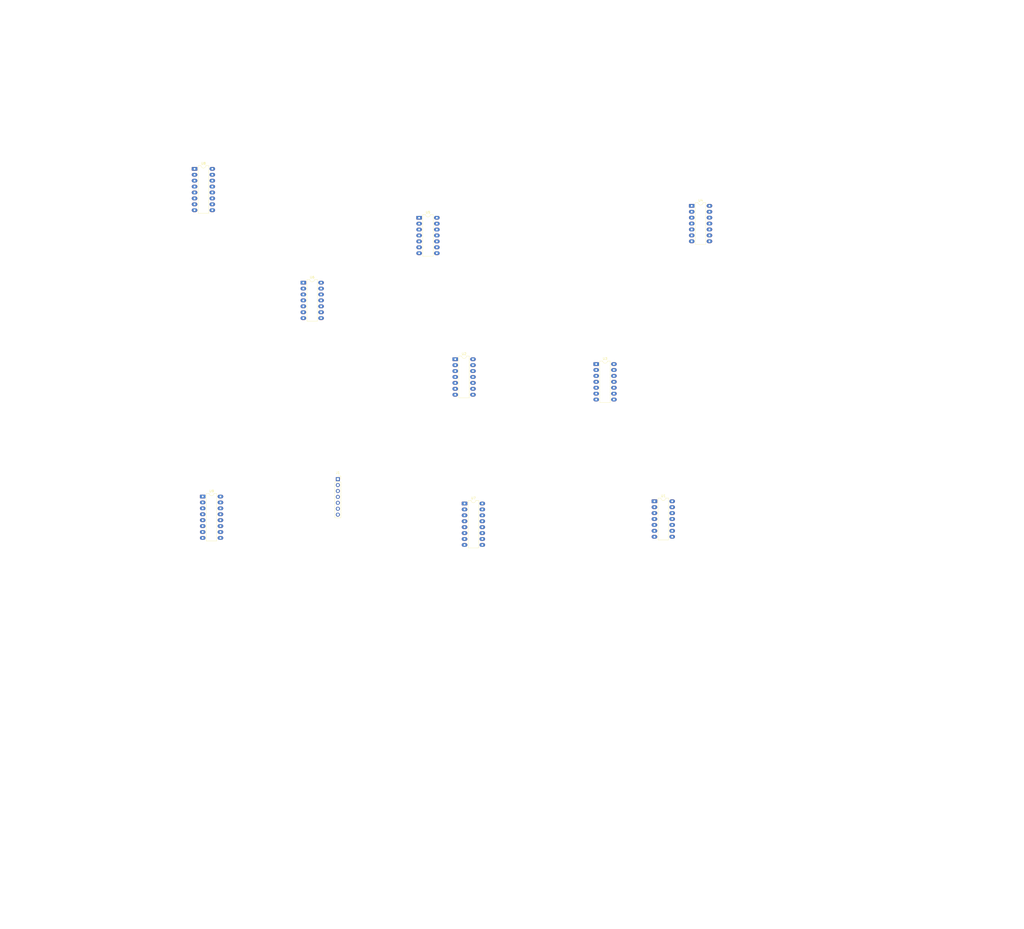
<source format=kicad_pcb>
(kicad_pcb (version 20241229) (generator "pcbnew") (generator_version "9.0")
  (layers (0 "F.Cu" signal) (2 "B.Cu" signal) (13 "F.Paste" user) (15 "B.Paste" user) (5 "F.SilkS" user "F.Silkscreen") (7 "B.SilkS" user "B.Silkscreen") (1 "F.Mask" user) (3 "B.Mask" user) (25 "Edge.Cuts" user))
  (net 0 "")
  (net 1 "+5V")
  (net 2 "GND")
  (net 3 "Q2")
  (net 6 "Net-(U1-Pad8)")
  (net 7 "Q1")
  (net 9 "Q1'")
  (net 10 "Q0'")
  (net 11 "Q0")
  (net 12 "/tidskreds/LOAD'")
  (net 14 "Q2'")
  (net 15 "C")
  (net 16 "Net-(U2-Pad11)")
  (net 17 "Net-(U2-Pad3)")
  (net 18 "Net-(U2-Pad13)")
  (net 19 "Net-(U2-Pad6)")
  (net 20 "Net-(U3-Pad11)")
  (net 21 "Net-(U3-Pad6)")
  (net 22 "Net-(U3-Pad13)")
  (net 23 "Net-(U3-Pad3)")
  (net 24 "Net-(U4-Pad3)")
  (net 25 "Net-(U4-Pad11)")
  (net 26 "/output logik/set2")
  (net 27 "Net-(U4-Pad6)")
  (net 28 "/input logik/D2")
  (net 29 "/input logik/D0")
  (net 30 "/input logik/D1")
  (net 34 "Net-(U7-CEP)")
  (net 41 "/tidskreds/TC")
  (net 44 "2Hz")
  (net 45 "Net-(U8-CEP)")
  (footprint "Package_DIP:DIP-14_W7.62mm_LongPads" (layer "F.Cu") (at 74.19 62.88)
    (property "Reference" "U6" (at 3.81 -2.33 0) (layer "F.SilkS"))
    (property "Value" "74LS32")
    (fp_line (start 1.56 -1.33) (end 1.56 16.57) (stroke (width 0.12)) (layer "F.SilkS"))
    (fp_line (start 1.56 16.57) (end 6.06 16.57) (stroke (width 0.12)) (layer "F.SilkS"))
    (fp_line (start 2.81 -1.33) (end 1.56 -1.33) (stroke (width 0.12)) (layer "F.SilkS"))
    (fp_line (start 6.06 -1.33) (end 4.81 -1.33) (stroke (width 0.12)) (layer "F.SilkS"))
    (fp_line (start 6.06 16.57) (end 6.06 -1.33) (stroke (width 0.12)) (layer "F.SilkS"))
    (fp_arc (start 4.81 -1.33) (mid 3.81 -0.33) (end 2.81 -1.33) (stroke (width 0.12)) (layer "F.SilkS"))
    (pad "1" thru_hole roundrect (at 0 0) (size 2.4 1.6) (drill 0.8) (layers "*.Cu" "*.Mask") (roundrect_rratio 0.15625) (net 6 "Net-(U1-Pad8)"))
    (pad "2" thru_hole oval (at 0 2.54) (size 2.4 1.6) (drill 0.8) (layers "*.Cu" "*.Mask") (net 41 "/tidskreds/TC"))
    (pad "3" thru_hole oval (at 0 5.08) (size 2.4 1.6) (drill 0.8) (layers "*.Cu" "*.Mask") (net 34 "Net-(U7-CEP)"))
    (pad "4" thru_hole oval (at 0 7.62) (size 2.4 1.6) (drill 0.8) (layers "*.Cu" "*.Mask"))
    (pad "5" thru_hole oval (at 0 10.16) (size 2.4 1.6) (drill 0.8) (layers "*.Cu" "*.Mask"))
    (pad "6" thru_hole oval (at 0 12.7) (size 2.4 1.6) (drill 0.8) (layers "*.Cu" "*.Mask"))
    (pad "7" thru_hole oval (at 0 15.24) (size 2.4 1.6) (drill 0.8) (layers "*.Cu" "*.Mask") (net 2 "GND"))
    (pad "8" thru_hole oval (at 7.62 15.24) (size 2.4 1.6) (drill 0.8) (layers "*.Cu" "*.Mask"))
    (pad "9" thru_hole oval (at 7.62 12.7) (size 2.4 1.6) (drill 0.8) (layers "*.Cu" "*.Mask"))
    (pad "10" thru_hole oval (at 7.62 10.16) (size 2.4 1.6) (drill 0.8) (layers "*.Cu" "*.Mask"))
    (pad "11" thru_hole oval (at 7.62 7.62) (size 2.4 1.6) (drill 0.8) (layers "*.Cu" "*.Mask"))
    (pad "12" thru_hole oval (at 7.62 5.08) (size 2.4 1.6) (drill 0.8) (layers "*.Cu" "*.Mask"))
    (pad "13" thru_hole oval (at 7.62 2.54) (size 2.4 1.6) (drill 0.8) (layers "*.Cu" "*.Mask"))
    (pad "14" thru_hole oval (at 7.62 0) (size 2.4 1.6) (drill 0.8) (layers "*.Cu" "*.Mask") (net 1 "+5V"))
  )
  (footprint "Package_DIP:DIP-14_W7.62mm_LongPads" (layer "F.Cu") (at 139.38 95.76)
    (property "Reference" "U2" (at 3.81 -2.33 0) (layer "F.SilkS"))
    (property "Value" "74LS08")
    (fp_line (start 1.56 -1.33) (end 1.56 16.57) (stroke (width 0.12)) (layer "F.SilkS"))
    (fp_line (start 1.56 16.57) (end 6.06 16.57) (stroke (width 0.12)) (layer "F.SilkS"))
    (fp_line (start 2.81 -1.33) (end 1.56 -1.33) (stroke (width 0.12)) (layer "F.SilkS"))
    (fp_line (start 6.06 -1.33) (end 4.81 -1.33) (stroke (width 0.12)) (layer "F.SilkS"))
    (fp_line (start 6.06 16.57) (end 6.06 -1.33) (stroke (width 0.12)) (layer "F.SilkS"))
    (fp_arc (start 4.81 -1.33) (mid 3.81 -0.33) (end 2.81 -1.33) (stroke (width 0.12)) (layer "F.SilkS"))
    (pad "1" thru_hole roundrect (at 0 0) (size 2.4 1.6) (drill 0.8) (layers "*.Cu" "*.Mask") (roundrect_rratio 0.15625) (net 10 "Q0'"))
    (pad "2" thru_hole oval (at 0 2.54) (size 2.4 1.6) (drill 0.8) (layers "*.Cu" "*.Mask") (net 14 "Q2'"))
    (pad "3" thru_hole oval (at 0 5.08) (size 2.4 1.6) (drill 0.8) (layers "*.Cu" "*.Mask") (net 17 "Net-(U2-Pad3)"))
    (pad "4" thru_hole oval (at 0 7.62) (size 2.4 1.6) (drill 0.8) (layers "*.Cu" "*.Mask") (net 15 "C"))
    (pad "5" thru_hole oval (at 0 10.16) (size 2.4 1.6) (drill 0.8) (layers "*.Cu" "*.Mask") (net 17 "Net-(U2-Pad3)"))
    (pad "6" thru_hole oval (at 0 12.7) (size 2.4 1.6) (drill 0.8) (layers "*.Cu" "*.Mask") (net 19 "Net-(U2-Pad6)"))
    (pad "7" thru_hole oval (at 0 15.24) (size 2.4 1.6) (drill 0.8) (layers "*.Cu" "*.Mask") (net 2 "GND"))
    (pad "8" thru_hole oval (at 7.62 15.24) (size 2.4 1.6) (drill 0.8) (layers "*.Cu" "*.Mask") (net 18 "Net-(U2-Pad13)"))
    (pad "9" thru_hole oval (at 7.62 12.7) (size 2.4 1.6) (drill 0.8) (layers "*.Cu" "*.Mask") (net 10 "Q0'"))
    (pad "10" thru_hole oval (at 7.62 10.16) (size 2.4 1.6) (drill 0.8) (layers "*.Cu" "*.Mask") (net 7 "Q1"))
    (pad "11" thru_hole oval (at 7.62 7.62) (size 2.4 1.6) (drill 0.8) (layers "*.Cu" "*.Mask") (net 16 "Net-(U2-Pad11)"))
    (pad "12" thru_hole oval (at 7.62 5.08) (size 2.4 1.6) (drill 0.8) (layers "*.Cu" "*.Mask") (net 15 "C"))
    (pad "13" thru_hole oval (at 7.62 2.54) (size 2.4 1.6) (drill 0.8) (layers "*.Cu" "*.Mask") (net 18 "Net-(U2-Pad13)"))
    (pad "14" thru_hole oval (at 7.62 0) (size 2.4 1.6) (drill 0.8) (layers "*.Cu" "*.Mask") (net 1 "+5V"))
  )
  (footprint "Package_DIP:DIP-14_W7.62mm_LongPads" (layer "F.Cu") (at 199.88 97.84)
    (property "Reference" "U3" (at 3.81 -2.33 0) (layer "F.SilkS"))
    (property "Value" "74LS08")
    (fp_line (start 1.56 -1.33) (end 1.56 16.57) (stroke (width 0.12)) (layer "F.SilkS"))
    (fp_line (start 1.56 16.57) (end 6.06 16.57) (stroke (width 0.12)) (layer "F.SilkS"))
    (fp_line (start 2.81 -1.33) (end 1.56 -1.33) (stroke (width 0.12)) (layer "F.SilkS"))
    (fp_line (start 6.06 -1.33) (end 4.81 -1.33) (stroke (width 0.12)) (layer "F.SilkS"))
    (fp_line (start 6.06 16.57) (end 6.06 -1.33) (stroke (width 0.12)) (layer "F.SilkS"))
    (fp_arc (start 4.81 -1.33) (mid 3.81 -0.33) (end 2.81 -1.33) (stroke (width 0.12)) (layer "F.SilkS"))
    (pad "1" thru_hole roundrect (at 0 0) (size 2.4 1.6) (drill 0.8) (layers "*.Cu" "*.Mask") (roundrect_rratio 0.15625) (net 7 "Q1"))
    (pad "2" thru_hole oval (at 0 2.54) (size 2.4 1.6) (drill 0.8) (layers "*.Cu" "*.Mask") (net 10 "Q0'"))
    (pad "3" thru_hole oval (at 0 5.08) (size 2.4 1.6) (drill 0.8) (layers "*.Cu" "*.Mask") (net 23 "Net-(U3-Pad3)"))
    (pad "4" thru_hole oval (at 0 7.62) (size 2.4 1.6) (drill 0.8) (layers "*.Cu" "*.Mask") (net 14 "Q2'"))
    (pad "5" thru_hole oval (at 0 10.16) (size 2.4 1.6) (drill 0.8) (layers "*.Cu" "*.Mask") (net 11 "Q0"))
    (pad "6" thru_hole oval (at 0 12.7) (size 2.4 1.6) (drill 0.8) (layers "*.Cu" "*.Mask") (net 21 "Net-(U3-Pad6)"))
    (pad "7" thru_hole oval (at 0 15.24) (size 2.4 1.6) (drill 0.8) (layers "*.Cu" "*.Mask") (net 2 "GND"))
    (pad "8" thru_hole oval (at 7.62 15.24) (size 2.4 1.6) (drill 0.8) (layers "*.Cu" "*.Mask") (net 22 "Net-(U3-Pad13)"))
    (pad "9" thru_hole oval (at 7.62 12.7) (size 2.4 1.6) (drill 0.8) (layers "*.Cu" "*.Mask") (net 3 "Q2"))
    (pad "10" thru_hole oval (at 7.62 10.16) (size 2.4 1.6) (drill 0.8) (layers "*.Cu" "*.Mask") (net 7 "Q1"))
    (pad "11" thru_hole oval (at 7.62 7.62) (size 2.4 1.6) (drill 0.8) (layers "*.Cu" "*.Mask") (net 20 "Net-(U3-Pad11)"))
    (pad "12" thru_hole oval (at 7.62 5.08) (size 2.4 1.6) (drill 0.8) (layers "*.Cu" "*.Mask") (net 10 "Q0'"))
    (pad "13" thru_hole oval (at 7.62 2.54) (size 2.4 1.6) (drill 0.8) (layers "*.Cu" "*.Mask") (net 22 "Net-(U3-Pad13)"))
    (pad "14" thru_hole oval (at 7.62 0) (size 2.4 1.6) (drill 0.8) (layers "*.Cu" "*.Mask") (net 1 "+5V"))
  )
  (footprint "Package_DIP:DIP-14_W7.62mm_LongPads" (layer "F.Cu") (at 123.88 35)
    (property "Reference" "U5" (at 3.81 -2.33 0) (layer "F.SilkS"))
    (property "Value" "74LS32")
    (fp_line (start 1.56 -1.33) (end 1.56 16.57) (stroke (width 0.12)) (layer "F.SilkS"))
    (fp_line (start 1.56 16.57) (end 6.06 16.57) (stroke (width 0.12)) (layer "F.SilkS"))
    (fp_line (start 2.81 -1.33) (end 1.56 -1.33) (stroke (width 0.12)) (layer "F.SilkS"))
    (fp_line (start 6.06 -1.33) (end 4.81 -1.33) (stroke (width 0.12)) (layer "F.SilkS"))
    (fp_line (start 6.06 16.57) (end 6.06 -1.33) (stroke (width 0.12)) (layer "F.SilkS"))
    (fp_arc (start 4.81 -1.33) (mid 3.81 -0.33) (end 2.81 -1.33) (stroke (width 0.12)) (layer "F.SilkS"))
    (pad "1" thru_hole roundrect (at 0 0) (size 2.4 1.6) (drill 0.8) (layers "*.Cu" "*.Mask") (roundrect_rratio 0.15625) (net 19 "Net-(U2-Pad6)"))
    (pad "2" thru_hole oval (at 0 2.54) (size 2.4 1.6) (drill 0.8) (layers "*.Cu" "*.Mask") (net 16 "Net-(U2-Pad11)"))
    (pad "3" thru_hole oval (at 0 5.08) (size 2.4 1.6) (drill 0.8) (layers "*.Cu" "*.Mask") (net 29 "/input logik/D0"))
    (pad "4" thru_hole oval (at 0 7.62) (size 2.4 1.6) (drill 0.8) (layers "*.Cu" "*.Mask") (net 23 "Net-(U3-Pad3)"))
    (pad "5" thru_hole oval (at 0 10.16) (size 2.4 1.6) (drill 0.8) (layers "*.Cu" "*.Mask") (net 21 "Net-(U3-Pad6)"))
    (pad "6" thru_hole oval (at 0 12.7) (size 2.4 1.6) (drill 0.8) (layers "*.Cu" "*.Mask") (net 30 "/input logik/D1"))
    (pad "7" thru_hole oval (at 0 15.24) (size 2.4 1.6) (drill 0.8) (layers "*.Cu" "*.Mask") (net 2 "GND"))
    (pad "8" thru_hole oval (at 7.62 15.24) (size 2.4 1.6) (drill 0.8) (layers "*.Cu" "*.Mask") (net 28 "/input logik/D2"))
    (pad "9" thru_hole oval (at 7.62 12.7) (size 2.4 1.6) (drill 0.8) (layers "*.Cu" "*.Mask") (net 20 "Net-(U3-Pad11)"))
    (pad "10" thru_hole oval (at 7.62 10.16) (size 2.4 1.6) (drill 0.8) (layers "*.Cu" "*.Mask") (net 27 "Net-(U4-Pad6)"))
    (pad "11" thru_hole oval (at 7.62 7.62) (size 2.4 1.6) (drill 0.8) (layers "*.Cu" "*.Mask") (net 12 "/tidskreds/LOAD'"))
    (pad "12" thru_hole oval (at 7.62 5.08) (size 2.4 1.6) (drill 0.8) (layers "*.Cu" "*.Mask") (net 25 "Net-(U4-Pad11)"))
    (pad "13" thru_hole oval (at 7.62 2.54) (size 2.4 1.6) (drill 0.8) (layers "*.Cu" "*.Mask") (net 10 "Q0'"))
    (pad "14" thru_hole oval (at 7.62 0) (size 2.4 1.6) (drill 0.8) (layers "*.Cu" "*.Mask") (net 1 "+5V"))
  )
  (footprint "Package_DIP:DIP-14_W7.62mm_LongPads" (layer "F.Cu") (at 224.88 156.76)
    (property "Reference" "U1" (at 3.81 -2.33 0) (layer "F.SilkS"))
    (property "Value" "74HC04")
    (fp_line (start 1.56 -1.33) (end 1.56 16.57) (stroke (width 0.12)) (layer "F.SilkS"))
    (fp_line (start 1.56 16.57) (end 6.06 16.57) (stroke (width 0.12)) (layer "F.SilkS"))
    (fp_line (start 2.81 -1.33) (end 1.56 -1.33) (stroke (width 0.12)) (layer "F.SilkS"))
    (fp_line (start 6.06 -1.33) (end 4.81 -1.33) (stroke (width 0.12)) (layer "F.SilkS"))
    (fp_line (start 6.06 16.57) (end 6.06 -1.33) (stroke (width 0.12)) (layer "F.SilkS"))
    (fp_arc (start 4.81 -1.33) (mid 3.81 -0.33) (end 2.81 -1.33) (stroke (width 0.12)) (layer "F.SilkS"))
    (pad "1" thru_hole roundrect (at 0 0) (size 2.4 1.6) (drill 0.8) (layers "*.Cu" "*.Mask") (roundrect_rratio 0.15625) (net 11 "Q0"))
    (pad "2" thru_hole oval (at 0 2.54) (size 2.4 1.6) (drill 0.8) (layers "*.Cu" "*.Mask") (net 10 "Q0'"))
    (pad "3" thru_hole oval (at 0 5.08) (size 2.4 1.6) (drill 0.8) (layers "*.Cu" "*.Mask") (net 7 "Q1"))
    (pad "4" thru_hole oval (at 0 7.62) (size 2.4 1.6) (drill 0.8) (layers "*.Cu" "*.Mask") (net 9 "Q1'"))
    (pad "5" thru_hole oval (at 0 10.16) (size 2.4 1.6) (drill 0.8) (layers "*.Cu" "*.Mask") (net 3 "Q2"))
    (pad "6" thru_hole oval (at 0 12.7) (size 2.4 1.6) (drill 0.8) (layers "*.Cu" "*.Mask") (net 14 "Q2'"))
    (pad "7" thru_hole oval (at 0 15.24) (size 2.4 1.6) (drill 0.8) (layers "*.Cu" "*.Mask") (net 2 "GND"))
    (pad "8" thru_hole oval (at 7.62 15.24) (size 2.4 1.6) (drill 0.8) (layers "*.Cu" "*.Mask") (net 6 "Net-(U1-Pad8)"))
    (pad "9" thru_hole oval (at 7.62 12.7) (size 2.4 1.6) (drill 0.8) (layers "*.Cu" "*.Mask") (net 12 "/tidskreds/LOAD'"))
    (pad "10" thru_hole oval (at 7.62 10.16) (size 2.4 1.6) (drill 0.8) (layers "*.Cu" "*.Mask"))
    (pad "11" thru_hole oval (at 7.62 7.62) (size 2.4 1.6) (drill 0.8) (layers "*.Cu" "*.Mask"))
    (pad "12" thru_hole oval (at 7.62 5.08) (size 2.4 1.6) (drill 0.8) (layers "*.Cu" "*.Mask"))
    (pad "13" thru_hole oval (at 7.62 2.54) (size 2.4 1.6) (drill 0.8) (layers "*.Cu" "*.Mask"))
    (pad "14" thru_hole oval (at 7.62 0) (size 2.4 1.6) (drill 0.8) (layers "*.Cu" "*.Mask") (net 1 "+5V"))
  )
  (footprint "Package_DIP:DIP-14_W7.62mm_LongPads" (layer "F.Cu") (at 240.88 29.88)
    (property "Reference" "U4" (at 3.81 -2.33 0) (layer "F.SilkS"))
    (property "Value" "74LS08")
    (fp_line (start 1.56 -1.33) (end 1.56 16.57) (stroke (width 0.12)) (layer "F.SilkS"))
    (fp_line (start 1.56 16.57) (end 6.06 16.57) (stroke (width 0.12)) (layer "F.SilkS"))
    (fp_line (start 2.81 -1.33) (end 1.56 -1.33) (stroke (width 0.12)) (layer "F.SilkS"))
    (fp_line (start 6.06 -1.33) (end 4.81 -1.33) (stroke (width 0.12)) (layer "F.SilkS"))
    (fp_line (start 6.06 16.57) (end 6.06 -1.33) (stroke (width 0.12)) (layer "F.SilkS"))
    (fp_arc (start 4.81 -1.33) (mid 3.81 -0.33) (end 2.81 -1.33) (stroke (width 0.12)) (layer "F.SilkS"))
    (pad "1" thru_hole roundrect (at 0 0) (size 2.4 1.6) (drill 0.8) (layers "*.Cu" "*.Mask") (roundrect_rratio 0.15625) (net 7 "Q1"))
    (pad "2" thru_hole oval (at 0 2.54) (size 2.4 1.6) (drill 0.8) (layers "*.Cu" "*.Mask") (net 11 "Q0"))
    (pad "3" thru_hole oval (at 0 5.08) (size 2.4 1.6) (drill 0.8) (layers "*.Cu" "*.Mask") (net 24 "Net-(U4-Pad3)"))
    (pad "4" thru_hole oval (at 0 7.62) (size 2.4 1.6) (drill 0.8) (layers "*.Cu" "*.Mask") (net 14 "Q2'"))
    (pad "5" thru_hole oval (at 0 10.16) (size 2.4 1.6) (drill 0.8) (layers "*.Cu" "*.Mask") (net 24 "Net-(U4-Pad3)"))
    (pad "6" thru_hole oval (at 0 12.7) (size 2.4 1.6) (drill 0.8) (layers "*.Cu" "*.Mask") (net 27 "Net-(U4-Pad6)"))
    (pad "7" thru_hole oval (at 0 15.24) (size 2.4 1.6) (drill 0.8) (layers "*.Cu" "*.Mask") (net 2 "GND"))
    (pad "8" thru_hole oval (at 7.62 15.24) (size 2.4 1.6) (drill 0.8) (layers "*.Cu" "*.Mask") (net 26 "/output logik/set2"))
    (pad "9" thru_hole oval (at 7.62 12.7) (size 2.4 1.6) (drill 0.8) (layers "*.Cu" "*.Mask") (net 7 "Q1"))
    (pad "10" thru_hole oval (at 7.62 10.16) (size 2.4 1.6) (drill 0.8) (layers "*.Cu" "*.Mask") (net 14 "Q2'"))
    (pad "11" thru_hole oval (at 7.62 7.62) (size 2.4 1.6) (drill 0.8) (layers "*.Cu" "*.Mask") (net 25 "Net-(U4-Pad11)"))
    (pad "12" thru_hole oval (at 7.62 5.08) (size 2.4 1.6) (drill 0.8) (layers "*.Cu" "*.Mask") (net 3 "Q2"))
    (pad "13" thru_hole oval (at 7.62 2.54) (size 2.4 1.6) (drill 0.8) (layers "*.Cu" "*.Mask") (net 9 "Q1'"))
    (pad "14" thru_hole oval (at 7.62 0) (size 2.4 1.6) (drill 0.8) (layers "*.Cu" "*.Mask") (net 1 "+5V"))
  )
  (footprint "Connector_PinSocket_2.54mm:PinSocket_1x07_P2.54mm_Vertical" (layer "F.Cu") (at 89 147.26)
    (property "Reference" "J1" (at 0 -2.77 0) (layer "F.SilkS"))
    (property "Value" "Conn_01x07_Pin")
    (fp_line (start -1.33 1.27) (end -1.33 16.57) (stroke (width 0.12)) (layer "F.SilkS"))
    (fp_line (start -1.33 1.27) (end 1.33 1.27) (stroke (width 0.12)) (layer "F.SilkS"))
    (fp_line (start -1.33 16.57) (end 1.33 16.57) (stroke (width 0.12)) (layer "F.SilkS"))
    (fp_line (start 0 -1.33) (end 1.33 -1.33) (stroke (width 0.12)) (layer "F.SilkS"))
    (fp_line (start 1.33 -1.33) (end 1.33 0) (stroke (width 0.12)) (layer "F.SilkS"))
    (fp_line (start 1.33 1.27) (end 1.33 16.57) (stroke (width 0.12)) (layer "F.SilkS"))
    (pad "1" thru_hole rect (at 0 0) (size 1.7 1.7) (drill 1) (layers "*.Cu" "*.Mask") (net 1 "+5V"))
    (pad "2" thru_hole circle (at 0 2.54) (size 1.7 1.7) (drill 1) (layers "*.Cu" "*.Mask") (net 2 "GND"))
    (pad "3" thru_hole circle (at 0 5.08) (size 1.7 1.7) (drill 1) (layers "*.Cu" "*.Mask") (net 15 "C"))
    (pad "4" thru_hole circle (at 0 7.62) (size 1.7 1.7) (drill 1) (layers "*.Cu" "*.Mask") (net 44 "2Hz"))
    (pad "5" thru_hole circle (at 0 10.16) (size 1.7 1.7) (drill 1) (layers "*.Cu" "*.Mask") (net 9 "Q1'"))
    (pad "6" thru_hole circle (at 0 12.7) (size 1.7 1.7) (drill 1) (layers "*.Cu" "*.Mask") (net 26 "/output logik/set2"))
    (pad "7" thru_hole circle (at 0 15.24) (size 1.7 1.7) (drill 1) (layers "*.Cu" "*.Mask") (net 3 "Q2"))
  )
  (footprint "Package_DIP:DIP-16_W7.62mm_LongPads" (layer "F.Cu") (at 31 154.72)
    (property "Reference" "U9" (at 3.81 -2.33 0) (layer "F.SilkS"))
    (property "Value" "74LS163")
    (fp_line (start 1.56 -1.33) (end 1.56 19.11) (stroke (width 0.12)) (layer "F.SilkS"))
    (fp_line (start 1.56 19.11) (end 6.06 19.11) (stroke (width 0.12)) (layer "F.SilkS"))
    (fp_line (start 2.81 -1.33) (end 1.56 -1.33) (stroke (width 0.12)) (layer "F.SilkS"))
    (fp_line (start 6.06 -1.33) (end 4.81 -1.33) (stroke (width 0.12)) (layer "F.SilkS"))
    (fp_line (start 6.06 19.11) (end 6.06 -1.33) (stroke (width 0.12)) (layer "F.SilkS"))
    (fp_arc (start 4.81 -1.33) (mid 3.81 -0.33) (end 2.81 -1.33) (stroke (width 0.12)) (layer "F.SilkS"))
    (pad "1" thru_hole roundrect (at 0 0) (size 2.4 1.6) (drill 0.8) (layers "*.Cu" "*.Mask") (roundrect_rratio 0.15625) (net 1 "+5V"))
    (pad "2" thru_hole oval (at 0 2.54) (size 2.4 1.6) (drill 0.8) (layers "*.Cu" "*.Mask") (net 44 "2Hz"))
    (pad "3" thru_hole oval (at 0 5.08) (size 2.4 1.6) (drill 0.8) (layers "*.Cu" "*.Mask") (net 2 "GND"))
    (pad "4" thru_hole oval (at 0 7.62) (size 2.4 1.6) (drill 0.8) (layers "*.Cu" "*.Mask") (net 2 "GND"))
    (pad "5" thru_hole oval (at 0 10.16) (size 2.4 1.6) (drill 0.8) (layers "*.Cu" "*.Mask") (net 2 "GND"))
    (pad "6" thru_hole oval (at 0 12.7) (size 2.4 1.6) (drill 0.8) (layers "*.Cu" "*.Mask") (net 2 "GND"))
    (pad "7" thru_hole oval (at 0 15.24) (size 2.4 1.6) (drill 0.8) (layers "*.Cu" "*.Mask") (net 1 "+5V"))
    (pad "8" thru_hole oval (at 0 17.78) (size 2.4 1.6) (drill 0.8) (layers "*.Cu" "*.Mask") (net 2 "GND"))
    (pad "9" thru_hole oval (at 7.62 17.78) (size 2.4 1.6) (drill 0.8) (layers "*.Cu" "*.Mask") (net 12 "/tidskreds/LOAD'"))
    (pad "10" thru_hole oval (at 7.62 15.24) (size 2.4 1.6) (drill 0.8) (layers "*.Cu" "*.Mask") (net 1 "+5V"))
    (pad "11" thru_hole oval (at 7.62 12.7) (size 2.4 1.6) (drill 0.8) (layers "*.Cu" "*.Mask"))
    (pad "12" thru_hole oval (at 7.62 10.16) (size 2.4 1.6) (drill 0.8) (layers "*.Cu" "*.Mask"))
    (pad "13" thru_hole oval (at 7.62 7.62) (size 2.4 1.6) (drill 0.8) (layers "*.Cu" "*.Mask"))
    (pad "14" thru_hole oval (at 7.62 5.08) (size 2.4 1.6) (drill 0.8) (layers "*.Cu" "*.Mask"))
    (pad "15" thru_hole oval (at 7.62 2.54) (size 2.4 1.6) (drill 0.8) (layers "*.Cu" "*.Mask") (net 45 "Net-(U8-CEP)"))
    (pad "16" thru_hole oval (at 7.62 0) (size 2.4 1.6) (drill 0.8) (layers "*.Cu" "*.Mask") (net 1 "+5V"))
  )
  (footprint "Package_DIP:DIP-16_W7.62mm_LongPads" (layer "F.Cu") (at 27.5 14)
    (property "Reference" "U8" (at 3.81 -2.33 0) (layer "F.SilkS"))
    (property "Value" "74LS163")
    (fp_line (start 1.56 -1.33) (end 1.56 19.11) (stroke (width 0.12)) (layer "F.SilkS"))
    (fp_line (start 1.56 19.11) (end 6.06 19.11) (stroke (width 0.12)) (layer "F.SilkS"))
    (fp_line (start 2.81 -1.33) (end 1.56 -1.33) (stroke (width 0.12)) (layer "F.SilkS"))
    (fp_line (start 6.06 -1.33) (end 4.81 -1.33) (stroke (width 0.12)) (layer "F.SilkS"))
    (fp_line (start 6.06 19.11) (end 6.06 -1.33) (stroke (width 0.12)) (layer "F.SilkS"))
    (fp_arc (start 4.81 -1.33) (mid 3.81 -0.33) (end 2.81 -1.33) (stroke (width 0.12)) (layer "F.SilkS"))
    (pad "1" thru_hole roundrect (at 0 0) (size 2.4 1.6) (drill 0.8) (layers "*.Cu" "*.Mask") (roundrect_rratio 0.15625) (net 1 "+5V"))
    (pad "2" thru_hole oval (at 0 2.54) (size 2.4 1.6) (drill 0.8) (layers "*.Cu" "*.Mask") (net 44 "2Hz"))
    (pad "3" thru_hole oval (at 0 5.08) (size 2.4 1.6) (drill 0.8) (layers "*.Cu" "*.Mask") (net 2 "GND"))
    (pad "4" thru_hole oval (at 0 7.62) (size 2.4 1.6) (drill 0.8) (layers "*.Cu" "*.Mask") (net 1 "+5V"))
    (pad "5" thru_hole oval (at 0 10.16) (size 2.4 1.6) (drill 0.8) (layers "*.Cu" "*.Mask") (net 1 "+5V"))
    (pad "6" thru_hole oval (at 0 12.7) (size 2.4 1.6) (drill 0.8) (layers "*.Cu" "*.Mask") (net 2 "GND"))
    (pad "7" thru_hole oval (at 0 15.24) (size 2.4 1.6) (drill 0.8) (layers "*.Cu" "*.Mask") (net 45 "Net-(U8-CEP)"))
    (pad "8" thru_hole oval (at 0 17.78) (size 2.4 1.6) (drill 0.8) (layers "*.Cu" "*.Mask") (net 2 "GND"))
    (pad "9" thru_hole oval (at 7.62 17.78) (size 2.4 1.6) (drill 0.8) (layers "*.Cu" "*.Mask") (net 12 "/tidskreds/LOAD'"))
    (pad "10" thru_hole oval (at 7.62 15.24) (size 2.4 1.6) (drill 0.8) (layers "*.Cu" "*.Mask") (net 1 "+5V"))
    (pad "11" thru_hole oval (at 7.62 12.7) (size 2.4 1.6) (drill 0.8) (layers "*.Cu" "*.Mask"))
    (pad "12" thru_hole oval (at 7.62 10.16) (size 2.4 1.6) (drill 0.8) (layers "*.Cu" "*.Mask"))
    (pad "13" thru_hole oval (at 7.62 7.62) (size 2.4 1.6) (drill 0.8) (layers "*.Cu" "*.Mask"))
    (pad "14" thru_hole oval (at 7.62 5.08) (size 2.4 1.6) (drill 0.8) (layers "*.Cu" "*.Mask"))
    (pad "15" thru_hole oval (at 7.62 2.54) (size 2.4 1.6) (drill 0.8) (layers "*.Cu" "*.Mask") (net 41 "/tidskreds/TC"))
    (pad "16" thru_hole oval (at 7.62 0) (size 2.4 1.6) (drill 0.8) (layers "*.Cu" "*.Mask") (net 1 "+5V"))
  )
  (footprint "Package_DIP:DIP-16_W7.62mm_LongPads" (layer "F.Cu") (at 143.38 157.72)
    (property "Reference" "U7" (at 3.81 -2.33 0) (layer "F.SilkS"))
    (property "Value" "74LS163")
    (fp_line (start 1.56 -1.33) (end 1.56 19.11) (stroke (width 0.12)) (layer "F.SilkS"))
    (fp_line (start 1.56 19.11) (end 6.06 19.11) (stroke (width 0.12)) (layer "F.SilkS"))
    (fp_line (start 2.81 -1.33) (end 1.56 -1.33) (stroke (width 0.12)) (layer "F.SilkS"))
    (fp_line (start 6.06 -1.33) (end 4.81 -1.33) (stroke (width 0.12)) (layer "F.SilkS"))
    (fp_line (start 6.06 19.11) (end 6.06 -1.33) (stroke (width 0.12)) (layer "F.SilkS"))
    (fp_arc (start 4.81 -1.33) (mid 3.81 -0.33) (end 2.81 -1.33) (stroke (width 0.12)) (layer "F.SilkS"))
    (pad "1" thru_hole roundrect (at 0 0) (size 2.4 1.6) (drill 0.8) (layers "*.Cu" "*.Mask") (roundrect_rratio 0.15625) (net 1 "+5V"))
    (pad "2" thru_hole oval (at 0 2.54) (size 2.4 1.6) (drill 0.8) (layers "*.Cu" "*.Mask") (net 44 "2Hz"))
    (pad "3" thru_hole oval (at 0 5.08) (size 2.4 1.6) (drill 0.8) (layers "*.Cu" "*.Mask") (net 29 "/input logik/D0"))
    (pad "4" thru_hole oval (at 0 7.62) (size 2.4 1.6) (drill 0.8) (layers "*.Cu" "*.Mask") (net 30 "/input logik/D1"))
    (pad "5" thru_hole oval (at 0 10.16) (size 2.4 1.6) (drill 0.8) (layers "*.Cu" "*.Mask") (net 28 "/input logik/D2"))
    (pad "6" thru_hole oval (at 0 12.7) (size 2.4 1.6) (drill 0.8) (layers "*.Cu" "*.Mask") (net 2 "GND"))
    (pad "7" thru_hole oval (at 0 15.24) (size 2.4 1.6) (drill 0.8) (layers "*.Cu" "*.Mask") (net 34 "Net-(U7-CEP)"))
    (pad "8" thru_hole oval (at 0 17.78) (size 2.4 1.6) (drill 0.8) (layers "*.Cu" "*.Mask") (net 2 "GND"))
    (pad "9" thru_hole oval (at 7.62 17.78) (size 2.4 1.6) (drill 0.8) (layers "*.Cu" "*.Mask") (net 2 "GND"))
    (pad "10" thru_hole oval (at 7.62 15.24) (size 2.4 1.6) (drill 0.8) (layers "*.Cu" "*.Mask") (net 1 "+5V"))
    (pad "11" thru_hole oval (at 7.62 12.7) (size 2.4 1.6) (drill 0.8) (layers "*.Cu" "*.Mask"))
    (pad "12" thru_hole oval (at 7.62 10.16) (size 2.4 1.6) (drill 0.8) (layers "*.Cu" "*.Mask") (net 3 "Q2"))
    (pad "13" thru_hole oval (at 7.62 7.62) (size 2.4 1.6) (drill 0.8) (layers "*.Cu" "*.Mask") (net 7 "Q1"))
    (pad "14" thru_hole oval (at 7.62 5.08) (size 2.4 1.6) (drill 0.8) (layers "*.Cu" "*.Mask") (net 11 "Q0"))
    (pad "15" thru_hole oval (at 7.62 2.54) (size 2.4 1.6) (drill 0.8) (layers "*.Cu" "*.Mask"))
    (pad "16" thru_hole oval (at 7.62 0) (size 2.4 1.6) (drill 0.8) (layers "*.Cu" "*.Mask") (net 1 "+5V"))
  )
)
</source>
